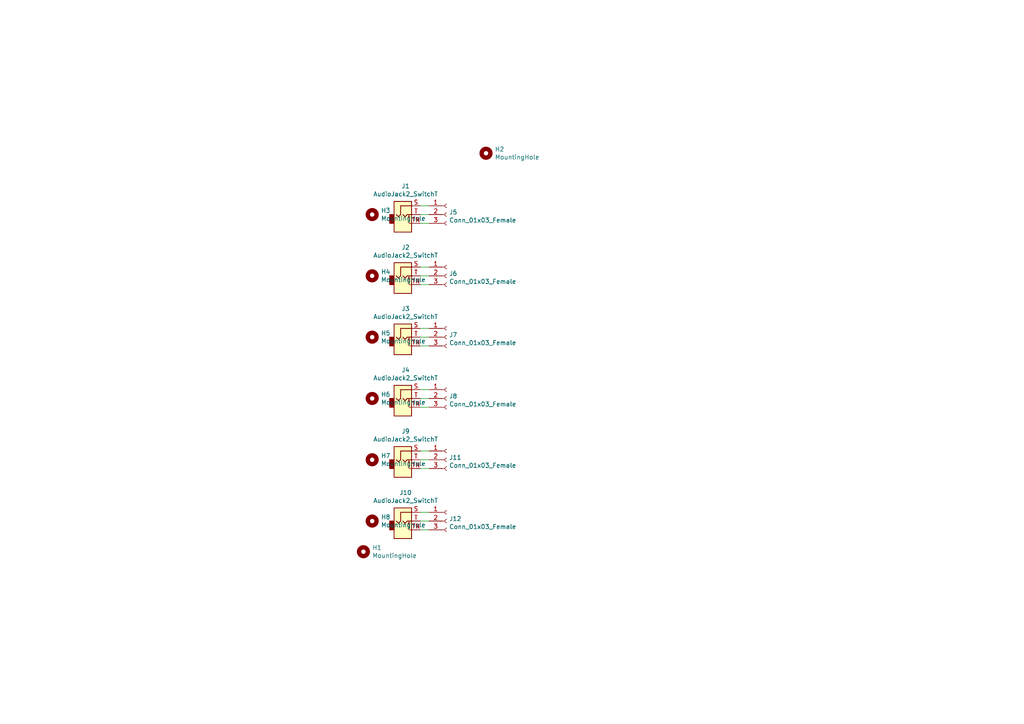
<source format=kicad_sch>
(kicad_sch (version 20230121) (generator eeschema)
  (paper "A4")
  (lib_symbols
    (symbol "Mechanical:MountingHole" (pin_names (offset 1.016))
      (property "Reference" "H" (at 0 5.08 0))
      (property "Value" "MountingHole" (at 0 3.175 0))
      (symbol "MountingHole_0_1"
        (circle (center 0 0) (radius 1.27) (stroke (width 1.27)))
      )
    )
    (symbol "jack-gang-rescue:AudioJack2_SwitchT-Connector"
      (property "Reference" "J" (at 0 8.89 0))
      (property "Value" "Connector_AudioJack2_SwitchT" (at 0 6.35 0))
      (symbol "AudioJack2_SwitchT-Connector_0_1"
        (rectangle (start -2.54 0) (end -3.81 -2.54) (stroke (width 0.254)) (fill (type outline)))
        (polyline (pts (xy 1.778 -0.254) (xy 2.032 -0.762)))
        (polyline (pts (xy 0 0) (xy 0.635 -0.635) (xy 1.27 0) (xy 2.54 0)) (stroke (width 0.254)))
        (polyline (pts (xy 2.54 -2.54) (xy 1.778 -2.54) (xy 1.778 -0.254) (xy 1.524 -0.762)))
        (polyline (pts (xy 2.54 2.54) (xy -0.635 2.54) (xy -0.635 0) (xy -1.27 -0.635) (xy -1.905 0)) (stroke (width 0.254)))
        (rectangle (start 2.54 3.81) (end -2.54 -5.08) (stroke (width 0.254)) (fill (type background)))
      )
      (symbol "AudioJack2_SwitchT-Connector_1_1"
        (pin passive line (at 5.08 2.54 180) (length 2.54) (name "~") (number "S"))
        (pin passive line (at 5.08 0 180) (length 2.54) (name "~") (number "T"))
        (pin passive line (at 5.08 -2.54 180) (length 2.54) (name "~") (number "TN"))
      )
    )
    (symbol "jack-gang-rescue:Conn_01x03_Female-Connector" (pin_names (offset 1.016) hide)
      (property "Reference" "J" (at 0 5.08 0))
      (property "Value" "Connector_Conn_01x03_Female" (at 0 -5.08 0))
      (symbol "Conn_01x03_Female-Connector_1_1"
        (arc (start 0 -2.032) (mid -0.5058 -2.54) (end 0 -3.048) (stroke (width 0.1524)))
        (polyline (pts (xy -1.27 -2.54) (xy -0.508 -2.54)) (stroke (width 0.1524)))
        (polyline (pts (xy -1.27 0) (xy -0.508 0)) (stroke (width 0.1524)))
        (polyline (pts (xy -1.27 2.54) (xy -0.508 2.54)) (stroke (width 0.1524)))
        (arc (start 0 0.508) (mid -0.5058 0) (end 0 -0.508) (stroke (width 0.1524)))
        (arc (start 0 3.048) (mid -0.5058 2.54) (end 0 2.032) (stroke (width 0.1524)))
        (pin passive line (at -5.08 2.54 0) (length 3.81) (name "Pin_1") (number "1"))
        (pin passive line (at -5.08 0 0) (length 3.81) (name "Pin_2") (number "2"))
        (pin passive line (at -5.08 -2.54 0) (length 3.81) (name "Pin_3") (number "3"))
      )
    )
  )
  (wire (pts (xy 121.92 59.69) (xy 124.46 59.69)))
  (wire (pts (xy 124.46 148.59) (xy 121.92 148.59)))
  (wire (pts (xy 121.92 130.81) (xy 124.46 130.81)))
  (wire (pts (xy 124.46 77.47) (xy 121.92 77.47)))
  (wire (pts (xy 124.46 153.67) (xy 121.92 153.67)))
  (wire (pts (xy 121.92 135.89) (xy 124.46 135.89)))
  (wire (pts (xy 124.46 82.55) (xy 121.92 82.55)))
  (wire (pts (xy 124.46 97.79) (xy 121.92 97.79)))
  (wire (pts (xy 124.46 62.23) (xy 121.92 62.23)))
  (wire (pts (xy 121.92 100.33) (xy 124.46 100.33)))
  (wire (pts (xy 124.46 113.03) (xy 121.92 113.03)))
  (wire (pts (xy 121.92 80.01) (xy 124.46 80.01)))
  (wire (pts (xy 124.46 118.11) (xy 121.92 118.11)))
  (wire (pts (xy 121.92 151.13) (xy 124.46 151.13)))
  (wire (pts (xy 121.92 115.57) (xy 124.46 115.57)))
  (wire (pts (xy 124.46 133.35) (xy 121.92 133.35)))
  (wire (pts (xy 121.92 95.25) (xy 124.46 95.25)))
  (wire (pts (xy 121.92 64.77) (xy 124.46 64.77)))
  (symbol (lib_id "jack-gang-rescue:AudioJack2_SwitchT-Connector") (at 116.84 62.23 0) (unit 1)
    (property "Reference" "J1" (at 117.6528 53.975 0))
    (property "Value" "AudioJack2_SwitchT" (at 117.6528 56.2864 0))
    (property "Footprint" "chillpizza:THONKICONN_mill_kicad" (effects hide))
  )
  (symbol (lib_id "jack-gang-rescue:AudioJack2_SwitchT-Connector") (at 116.84 80.01 0) (unit 1)
    (property "Reference" "J2" (at 117.6528 71.755 0))
    (property "Value" "AudioJack2_SwitchT" (at 117.6528 74.0664 0))
    (property "Footprint" "chillpizza:THONKICONN_mill_kicad" (effects hide))
  )
  (symbol (lib_id "jack-gang-rescue:AudioJack2_SwitchT-Connector") (at 116.84 97.79 0) (unit 1)
    (property "Reference" "J3" (at 117.6528 89.535 0))
    (property "Value" "AudioJack2_SwitchT" (at 117.6528 91.8464 0))
    (property "Footprint" "chillpizza:THONKICONN_mill_kicad" (effects hide))
  )
  (symbol (lib_id "jack-gang-rescue:AudioJack2_SwitchT-Connector") (at 116.84 115.57 0) (unit 1)
    (property "Reference" "J4" (at 117.6528 107.315 0))
    (property "Value" "AudioJack2_SwitchT" (at 117.6528 109.6264 0))
    (property "Footprint" "chillpizza:THONKICONN_mill_kicad" (effects hide))
  )
  (symbol (lib_id "jack-gang-rescue:Conn_01x03_Female-Connector") (at 129.54 62.23 0) (unit 1)
    (property "Reference" "J5" (at 130.2512 61.5696 0) (effects (justify left)))
    (property "Value" "Conn_01x03_Female" (at 130.2512 63.881 0) (effects (justify left)))
    (property "Footprint" "Connector_PinHeader_2.54mm:PinHeader_1x03_P2.54mm_Vertical" (effects hide))
  )
  (symbol (lib_id "jack-gang-rescue:Conn_01x03_Female-Connector") (at 129.54 80.01 0) (unit 1)
    (property "Reference" "J6" (at 130.2512 79.3496 0) (effects (justify left)))
    (property "Value" "Conn_01x03_Female" (at 130.2512 81.661 0) (effects (justify left)))
    (property "Footprint" "Connector_PinHeader_2.54mm:PinHeader_1x03_P2.54mm_Vertical" (effects hide))
  )
  (symbol (lib_id "jack-gang-rescue:Conn_01x03_Female-Connector") (at 129.54 97.79 0) (unit 1)
    (property "Reference" "J7" (at 130.2512 97.1296 0) (effects (justify left)))
    (property "Value" "Conn_01x03_Female" (at 130.2512 99.441 0) (effects (justify left)))
    (property "Footprint" "Connector_PinHeader_2.54mm:PinHeader_1x03_P2.54mm_Vertical" (effects hide))
  )
  (symbol (lib_id "jack-gang-rescue:Conn_01x03_Female-Connector") (at 129.54 115.57 0) (unit 1)
    (property "Reference" "J8" (at 130.2512 114.9096 0) (effects (justify left)))
    (property "Value" "Conn_01x03_Female" (at 130.2512 117.221 0) (effects (justify left)))
    (property "Footprint" "Connector_PinHeader_2.54mm:PinHeader_1x03_P2.54mm_Vertical" (effects hide))
  )
  (symbol (lib_id "Mechanical:MountingHole") (at 140.97 44.45 0) (unit 1)
    (property "Reference" "H2" (at 143.51 43.2816 0) (effects (justify left)))
    (property "Value" "MountingHole" (at 143.51 45.593 0) (effects (justify left)))
    (property "Footprint" "MountingHole:MountingHole_3.2mm_M3" (effects hide))
  )
  (symbol (lib_id "Mechanical:MountingHole") (at 105.41 160.02 0) (unit 1)
    (property "Reference" "H1" (at 107.95 158.8516 0) (effects (justify left)))
    (property "Value" "MountingHole" (at 107.95 161.163 0) (effects (justify left)))
    (property "Footprint" "MountingHole:MountingHole_3.2mm_M3" (effects hide))
  )
  (symbol (lib_id "jack-gang-rescue:AudioJack2_SwitchT-Connector") (at 116.84 133.35 0) (unit 1)
    (property "Reference" "J9" (at 117.6528 125.095 0))
    (property "Value" "AudioJack2_SwitchT" (at 117.6528 127.4064 0))
    (property "Footprint" "chillpizza:THONKICONN_mill_kicad" (effects hide))
  )
  (symbol (lib_id "jack-gang-rescue:AudioJack2_SwitchT-Connector") (at 116.84 151.13 0) (unit 1)
    (property "Reference" "J10" (at 117.6528 142.875 0))
    (property "Value" "AudioJack2_SwitchT" (at 117.6528 145.1864 0))
    (property "Footprint" "chillpizza:THONKICONN_mill_kicad" (effects hide))
  )
  (symbol (lib_id "jack-gang-rescue:Conn_01x03_Female-Connector") (at 129.54 133.35 0) (unit 1)
    (property "Reference" "J11" (at 130.2512 132.6896 0) (effects (justify left)))
    (property "Value" "Conn_01x03_Female" (at 130.2512 135.001 0) (effects (justify left)))
    (property "Footprint" "Connector_PinHeader_2.54mm:PinHeader_1x03_P2.54mm_Vertical" (effects hide))
  )
  (symbol (lib_id "jack-gang-rescue:Conn_01x03_Female-Connector") (at 129.54 151.13 0) (unit 1)
    (property "Reference" "J12" (at 130.2512 150.4696 0) (effects (justify left)))
    (property "Value" "Conn_01x03_Female" (at 130.2512 152.781 0) (effects (justify left)))
    (property "Footprint" "Connector_PinHeader_2.54mm:PinHeader_1x03_P2.54mm_Vertical" (effects hide))
  )
  (symbol (lib_id "Mechanical:MountingHole") (at 107.95 62.23 0) (unit 1)
    (property "Reference" "H3" (at 110.49 61.0616 0) (effects (justify left)))
    (property "Value" "MountingHole" (at 110.49 63.373 0) (effects (justify left)))
    (property "Footprint" "chillpizza:jack_hole" (effects hide))
  )
  (symbol (lib_id "Mechanical:MountingHole") (at 107.95 80.01 0) (unit 1)
    (property "Reference" "H4" (at 110.49 78.8416 0) (effects (justify left)))
    (property "Value" "MountingHole" (at 110.49 81.153 0) (effects (justify left)))
    (property "Footprint" "chillpizza:jack_hole" (effects hide))
  )
  (symbol (lib_id "Mechanical:MountingHole") (at 107.95 97.79 0) (unit 1)
    (property "Reference" "H5" (at 110.49 96.6216 0) (effects (justify left)))
    (property "Value" "MountingHole" (at 110.49 98.933 0) (effects (justify left)))
    (property "Footprint" "chillpizza:jack_hole" (effects hide))
  )
  (symbol (lib_id "Mechanical:MountingHole") (at 107.95 115.57 0) (unit 1)
    (property "Reference" "H6" (at 110.49 114.4016 0) (effects (justify left)))
    (property "Value" "MountingHole" (at 110.49 116.713 0) (effects (justify left)))
    (property "Footprint" "chillpizza:jack_hole" (effects hide))
  )
  (symbol (lib_id "Mechanical:MountingHole") (at 107.95 133.35 0) (unit 1)
    (property "Reference" "H7" (at 110.49 132.1816 0) (effects (justify left)))
    (property "Value" "MountingHole" (at 110.49 134.493 0) (effects (justify left)))
    (property "Footprint" "chillpizza:jack_hole" (effects hide))
  )
  (symbol (lib_id "Mechanical:MountingHole") (at 107.95 151.13 0) (unit 1)
    (property "Reference" "H8" (at 110.49 149.9616 0) (effects (justify left)))
    (property "Value" "MountingHole" (at 110.49 152.273 0) (effects (justify left)))
    (property "Footprint" "chillpizza:jack_hole" (effects hide))
  )
)
</source>
